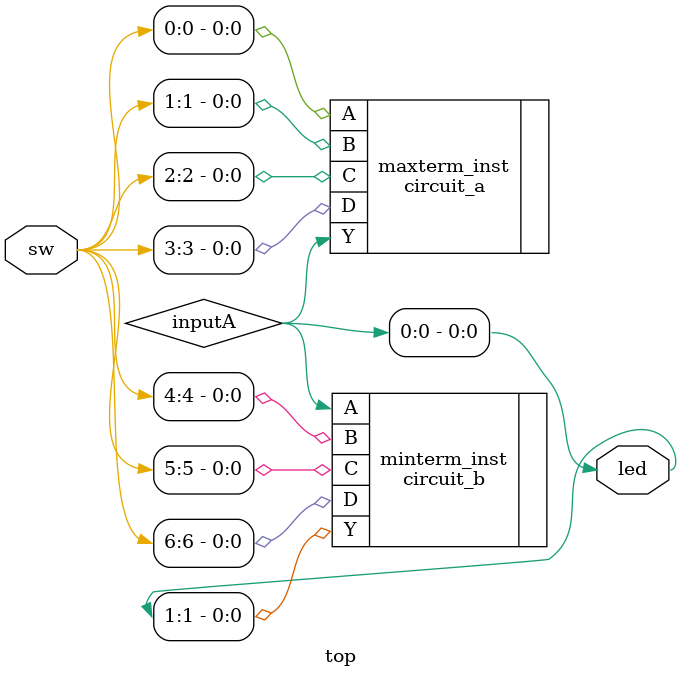
<source format=v>
module top(
    input [6:0] sw,
    output [1:0] led
);

wire inputA;

    circuit_a maxterm_inst(
        .A(sw[0]),
        .B(sw[1]),
        .C(sw[2]),
        .D(sw[3]),
        .Y(inputA)
    );
    
    circuit_b minterm_inst(
        .A(inputA),
        .B(sw[4]),
        .C(sw[5]),
        .D(sw[6]),
        .Y(led[1])
    );
    
assign led[0] = inputA;

endmodule
</source>
